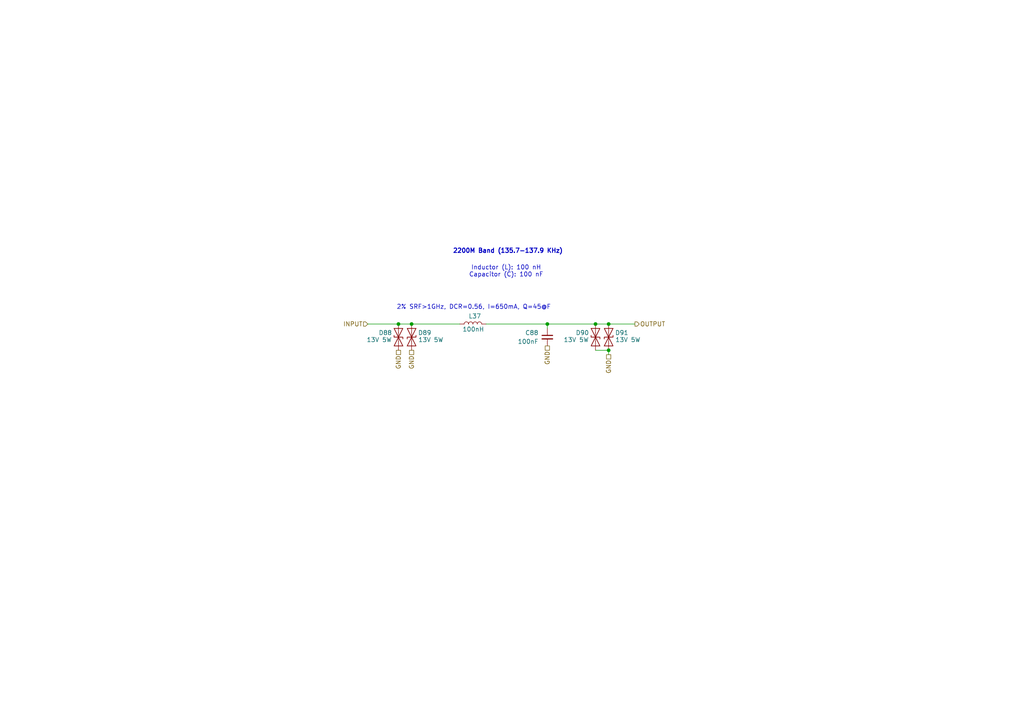
<source format=kicad_sch>
(kicad_sch (version 20231120) (generator "eeschema") (generator_version "8.0")
  (paper "A4")
  (lib_symbols
    (symbol "Device:C_Small" (pin_numbers hide) (pin_names (offset 0.254) hide)
      (property "Reference" "C" (at 0.254 1.778 0))
      (property "Value" "C_Small" (at 0.254 -2.032 0))
      (symbol "C_Small_0_1"
        (polyline (pts (xy -1.524 -0.508) (xy 1.524 -0.508)) (stroke (width 0.3302)))
        (polyline (pts (xy -1.524 0.508) (xy 1.524 0.508)) (stroke (width 0.3048)))
      )
      (symbol "C_Small_1_1"
        (pin passive line (at 0 2.54 270) (length 2.032) (name "~") (number "1"))
        (pin passive line (at 0 -2.54 90) (length 2.032) (name "~") (number "2"))
      )
    )
    (symbol "Device:L" (pin_numbers hide) (pin_names (offset 1.016) hide)
      (property "Reference" "L" (at -1.27 0 90))
      (property "Value" "L" (at 1.905 0 90))
      (symbol "L_0_1"
        (arc (start 0 -2.54) (mid 0.6323 -1.905) (end 0 -1.27))
        (arc (start 0 -1.27) (mid 0.6323 -0.635) (end 0 0))
        (arc (start 0 0) (mid 0.6323 0.635) (end 0 1.27))
        (arc (start 0 1.27) (mid 0.6323 1.905) (end 0 2.54))
      )
      (symbol "L_1_1"
        (pin passive line (at 0 3.81 270) (length 1.27) (name "1") (number "1"))
        (pin passive line (at 0 -3.81 90) (length 1.27) (name "2") (number "2"))
      )
    )
    (symbol "Diode:SD15_SOD323" (pin_numbers hide) (pin_names (offset 1.016) hide)
      (property "Reference" "D" (at 0 2.54 0))
      (property "Value" "SD15_SOD323" (at 0 -2.54 0))
      (symbol "SD15_SOD323_0_1"
        (polyline (pts (xy 1.27 0) (xy -1.27 0)))
        (polyline (pts (xy -2.54 -1.27) (xy 0 0) (xy -2.54 1.27) (xy -2.54 -1.27)) (stroke (width 0.2032)))
        (polyline (pts (xy 0.508 1.27) (xy 0 1.27) (xy 0 -1.27) (xy -0.508 -1.27)) (stroke (width 0.2032)))
        (polyline (pts (xy 2.54 1.27) (xy 2.54 -1.27) (xy 0 0) (xy 2.54 1.27)) (stroke (width 0.2032)))
      )
      (symbol "SD15_SOD323_1_1"
        (pin passive line (at -3.81 0 0) (length 2.54) (name "A1") (number "1"))
        (pin passive line (at 3.81 0 180) (length 2.54) (name "A2") (number "2"))
      )
    )
  )
  (junction (at 172.72 93.98))
  (junction (at 176.53 101.6))
  (junction (at 176.53 93.98))
  (junction (at 115.57 93.98))
  (junction (at 119.38 93.98))
  (junction (at 158.75 93.98))
  (wire (pts (xy 106.68 93.98) (xy 115.57 93.98)))
  (wire (pts (xy 119.38 93.98) (xy 133.35 93.98)))
  (wire (pts (xy 176.53 101.6) (xy 176.53 102.87)))
  (wire (pts (xy 158.75 93.98) (xy 172.72 93.98)))
  (wire (pts (xy 172.72 93.98) (xy 176.53 93.98)))
  (wire (pts (xy 115.57 93.98) (xy 119.38 93.98)))
  (wire (pts (xy 158.75 93.98) (xy 158.75 95.25)))
  (wire (pts (xy 140.97 93.98) (xy 158.75 93.98)))
  (wire (pts (xy 172.72 101.6) (xy 176.53 101.6)))
  (wire (pts (xy 176.53 93.98) (xy 184.15 93.98)))
  (text "2% SRF>1GHz, DCR=0.56, I=650mA, Q=45@F" (at 137.414 89.154 0) (effects (font (size 1.27 1.27))))
  (text "2200M Band (135.7-137.9 KHz)" (at 147.32 72.898 0) (effects (font (size 1.27 1.27) (thickness 0.254) (bold yes))))
  (text "Inductor (L): 100 nH\nCapacitor (C): 100 nF" (at 146.812 78.74 0) (effects (font (size 1.27 1.27))))
  (hierarchical_label "GND" (shape passive) (at 176.53 102.87 270))
  (hierarchical_label "GND" (shape passive) (at 119.38 101.6 270))
  (hierarchical_label "OUTPUT" (shape output) (at 184.15 93.98 0))
  (hierarchical_label "GND" (shape passive) (at 115.57 101.6 270))
  (hierarchical_label "GND" (shape passive) (at 158.75 100.33 270))
  (hierarchical_label "INPUT" (shape input) (at 106.68 93.98 180))
  (symbol (lib_id "Diode:SD15_SOD323") (at 172.72 97.79 90) (unit 1)
    (property "Reference" "D90" (at 168.91 96.52 90))
    (property "Value" "13V 5W" (at 167.132 98.552 90))
    (property "Footprint" "Diode_SMD:D_0603_1608Metric" (effects (hide yes)))
    (property "Datasheet" "https://wmsc.lcsc.com/wmsc/upload/file/pdf/v2/lcsc/1912111437_DOWO-SMB5350B_C284082.pdf" (effects (hide yes)))
    (property "Description" "Independent Type 5W 13V SMB(DO-214AA) Zener Diodes ROHS" (effects (hide yes)))
    (property "LCSC Part #" "C284082" (effects (hide yes)))
    (property "MPN" "SMB5350B" (effects (hide yes)))
    (property "Manufacturer" "DOWO" (effects (hide yes)))
  )
  (symbol (lib_id "Diode:SD15_SOD323") (at 119.38 97.79 270) (mirror x) (unit 1)
    (property "Reference" "D89" (at 123.19 96.52 90))
    (property "Value" "13V 5W" (at 124.968 98.552 90))
    (property "Footprint" "Diode_SMD:D_0603_1608Metric" (effects (hide yes)))
    (property "Datasheet" "https://wmsc.lcsc.com/wmsc/upload/file/pdf/v2/lcsc/1912111437_DOWO-SMB5350B_C284082.pdf" (effects (hide yes)))
    (property "Description" "Independent Type 5W 13V SMB(DO-214AA) Zener Diodes ROHS" (effects (hide yes)))
    (property "LCSC Part #" "C284082" (effects (hide yes)))
    (property "MPN" "SMB5350B" (effects (hide yes)))
    (property "Manufacturer" "DOWO" (effects (hide yes)))
  )
  (symbol (lib_id "Diode:SD15_SOD323") (at 176.53 97.79 270) (mirror x) (unit 1)
    (property "Reference" "D91" (at 180.34 96.52 90))
    (property "Value" "13V 5W" (at 182.118 98.552 90))
    (property "Footprint" "Diode_SMD:D_0603_1608Metric" (effects (hide yes)))
    (property "Datasheet" "https://wmsc.lcsc.com/wmsc/upload/file/pdf/v2/lcsc/1912111437_DOWO-SMB5350B_C284082.pdf" (effects (hide yes)))
    (property "Description" "Independent Type 5W 13V SMB(DO-214AA) Zener Diodes ROHS" (effects (hide yes)))
    (property "LCSC Part #" "C284082" (effects (hide yes)))
    (property "MPN" "SMB5350B" (effects (hide yes)))
    (property "Manufacturer" "DOWO" (effects (hide yes)))
  )
  (symbol (lib_id "Device:C_Small") (at 158.75 97.79 0) (mirror y) (unit 1)
    (property "Reference" "C88" (at 156.21 96.5262 0) (effects (justify left)))
    (property "Value" "100nF" (at 156.21 99.0662 0) (effects (justify left)))
    (property "Footprint" "Capacitor_SMD:C_1206_3216Metric" (effects (hide yes)))
    (property "Datasheet" "https://wmsc.lcsc.com/wmsc/upload/file/pdf/v2/lcsc/1810201313_Murata-Electronics-GRM31C5C1H104JA01L_C97946.pdf" (effects (hide yes)))
    (property "Description" "50V 100nF C0G ±5% 1206 Multilayer Ceramic Capacitors MLCC - SMD/SMT ROHS" (effects (hide yes)))
    (property "LCSC Part #" "C97946" (effects (hide yes)))
    (property "MPN" "GRM31C5C1H104JA01L" (effects (hide yes)))
    (property "Manufacturer" "Murata" (effects (hide yes)))
  )
  (symbol (lib_id "Device:L") (at 137.16 93.98 90) (unit 1)
    (property "Reference" "L37" (at 135.89 91.694 90) (effects (justify right)))
    (property "Value" "100nH" (at 134.112 95.504 90) (effects (justify right)))
    (property "Footprint" "Inductor_SMD:L_1008_2520Metric" (effects (hide yes)))
    (property "Datasheet" "https://wmsc.lcsc.com/wmsc/upload/file/pdf/v2/lcsc/2304140030_PSA-Prosperity-Dielectrics-FEC1008CP-R10G-LRH_C346437.pdf" (effects (hide yes)))
    (property "Description" "650mA 100nH ±2% 560mΩ 1008 Inductors (SMD) ROHS" (effects (hide yes)))
    (property "Notes" "For 2M band, 144-148MHz." (effects (hide yes)))
    (property "LCSC Part #" "C346437" (effects (hide yes)))
    (property "MPN" "FEC1008CP-R10G-LRH" (effects (hide yes)))
    (property "Manufacturer" "Prosperity" (effects (hide yes)))
  )
  (symbol (lib_id "Diode:SD15_SOD323") (at 115.57 97.79 90) (unit 1)
    (property "Reference" "D88" (at 111.76 96.52 90))
    (property "Value" "13V 5W" (at 109.982 98.552 90))
    (property "Footprint" "Diode_SMD:D_0603_1608Metric" (effects (hide yes)))
    (property "Datasheet" "https://wmsc.lcsc.com/wmsc/upload/file/pdf/v2/lcsc/1912111437_DOWO-SMB5350B_C284082.pdf" (effects (hide yes)))
    (property "Description" "Independent Type 5W 13V SMB(DO-214AA) Zener Diodes ROHS" (effects (hide yes)))
    (property "LCSC Part #" "C284082" (effects (hide yes)))
    (property "MPN" "SMB5350B" (effects (hide yes)))
    (property "Manufacturer" "DOWO" (effects (hide yes)))
  )
)
</source>
